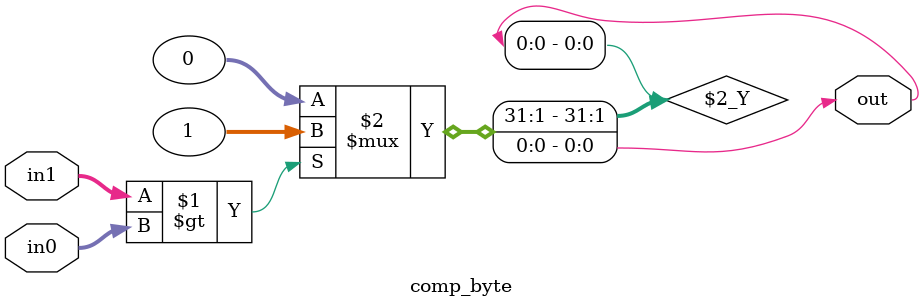
<source format=v>


module Arbiter_byte (in0, in1, out);
    input [7:0] in0, in1;
    output [7:0] out;
    wire sel;
    
    comp_8bits cmp1(in0, in1, sel);
    Mux2_1_byte mb0(.in0(in0), .in1(in1), .out(out), .sel(sel));

endmodule

module Mux2_1_byte (in0, in1, out, sel);
    input [7:0] in0, in1;
    input sel;
    output [7:0] out;

    Mux2_1 m0({in1[0],in0[0]}, sel, out[0]);
    Mux2_1 m1({in1[1],in0[1]}, sel, out[1]);
    Mux2_1 m2({in1[2],in0[2]}, sel, out[2]);
    Mux2_1 m3({in1[3],in0[3]}, sel, out[3]);
    Mux2_1 m4({in1[4],in0[4]}, sel, out[4]);
    Mux2_1 m5({in1[5],in0[5]}, sel, out[5]);
    Mux2_1 m6({in1[6],in0[6]}, sel, out[6]);
    Mux2_1 m7({in1[7],in0[7]}, sel, out[7]);

endmodule

module Mux2_1(in, sel, out);
    input [1:0] in;
    input sel;
    output out;

    assign out = sel? in[1]:in[0];
    
endmodule

module comp_byte(in0, in1, out);
    input [7:0]in0;
    input [7:0]in1;
    output out;

    assign out = in1 > in0? 1 : 0;

endmodule
</source>
